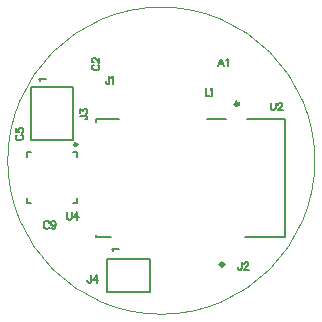
<source format=gto>
G04*
G04 #@! TF.GenerationSoftware,Altium Limited,Altium Designer,19.0.14 (431)*
G04*
G04 Layer_Color=65535*
%FSLAX25Y25*%
%MOIN*%
G70*
G01*
G75*
%ADD10C,0.01181*%
%ADD11C,0.00984*%
%ADD12C,0.00787*%
%ADD13C,0.00500*%
%ADD14C,0.00050*%
D10*
X20807Y-34557D02*
G03*
X20807Y-34557I-591J0D01*
G01*
X25787Y18898D02*
G03*
X25787Y18898I-591J0D01*
G01*
D11*
X-28051Y5413D02*
G03*
X-28051Y5413I-492J0D01*
G01*
D12*
X-27953Y-14075D02*
Y-12598D01*
X-29429Y-14075D02*
X-27953D01*
Y1378D02*
Y2854D01*
X-29429D02*
X-27953D01*
X-44882Y-14075D02*
Y-12598D01*
Y-14075D02*
X-43406D01*
X-44882Y1378D02*
Y2854D01*
X-43406D01*
X-21654Y-25591D02*
Y-24803D01*
Y-25591D02*
X-16732D01*
X-21654Y12795D02*
Y13780D01*
X-14173D01*
X27953Y-25591D02*
X41339D01*
Y13780D01*
X28543D02*
X41339D01*
X15354D02*
X21654D01*
X-43307Y6890D02*
Y24606D01*
Y6890D02*
X-29528D01*
Y24606D01*
X-43307D02*
X-29528D01*
X-3642Y-43720D02*
Y-32697D01*
X-18012Y-43720D02*
Y-32697D01*
X-3642D01*
X-18012Y-43720D02*
X-3642D01*
D13*
X26781Y-33918D02*
Y-35822D01*
X26662Y-36179D01*
X26543Y-36298D01*
X26305Y-36417D01*
X26067D01*
X25829Y-36298D01*
X25710Y-36179D01*
X25591Y-35822D01*
Y-35584D01*
X27542Y-34513D02*
Y-34394D01*
X27661Y-34156D01*
X27781Y-34037D01*
X28019Y-33918D01*
X28495D01*
X28733Y-34037D01*
X28852Y-34156D01*
X28971Y-34394D01*
Y-34632D01*
X28852Y-34870D01*
X28614Y-35227D01*
X27424Y-36417D01*
X29090D01*
X-31496Y-17186D02*
Y-18971D01*
X-31377Y-19328D01*
X-31139Y-19566D01*
X-30782Y-19685D01*
X-30544D01*
X-30187Y-19566D01*
X-29949Y-19328D01*
X-29830Y-18971D01*
Y-17186D01*
X-27949D02*
X-29139Y-18852D01*
X-27354D01*
X-27949Y-17186D02*
Y-19685D01*
X36417Y19232D02*
Y17446D01*
X36536Y17089D01*
X36774Y16851D01*
X37132Y16732D01*
X37369D01*
X37727Y16851D01*
X37965Y17089D01*
X38084Y17446D01*
Y19232D01*
X38893Y18637D02*
Y18756D01*
X39012Y18994D01*
X39131Y19113D01*
X39369Y19232D01*
X39845D01*
X40083Y19113D01*
X40202Y18994D01*
X40321Y18756D01*
Y18518D01*
X40202Y18280D01*
X39964Y17922D01*
X38774Y16732D01*
X40440D01*
X14764Y24153D02*
Y21654D01*
X16192D01*
X16466Y23677D02*
X16704Y23796D01*
X17061Y24153D01*
Y21654D01*
X-27106Y14970D02*
X-25201D01*
X-24844Y14851D01*
X-24725Y14732D01*
X-24606Y14494D01*
Y14256D01*
X-24725Y14018D01*
X-24844Y13899D01*
X-25201Y13780D01*
X-25439D01*
X-27106Y15850D02*
Y17160D01*
X-26154Y16446D01*
Y16803D01*
X-26035Y17041D01*
X-25916Y17160D01*
X-25559Y17279D01*
X-25320D01*
X-24963Y17160D01*
X-24725Y16922D01*
X-24606Y16565D01*
Y16208D01*
X-24725Y15850D01*
X-24844Y15732D01*
X-25082Y15612D01*
X-40409Y26575D02*
X-40528Y26813D01*
X-40885Y27170D01*
X-38386D01*
X-23416Y-38190D02*
Y-40094D01*
X-23535Y-40451D01*
X-23654Y-40570D01*
X-23892Y-40689D01*
X-24130D01*
X-24368Y-40570D01*
X-24487Y-40451D01*
X-24606Y-40094D01*
Y-39856D01*
X-21583Y-38190D02*
X-22773Y-39856D01*
X-20988D01*
X-21583Y-38190D02*
Y-40689D01*
X-16098Y-29941D02*
X-16217Y-29703D01*
X-16574Y-29346D01*
X-14075D01*
X-17314Y28090D02*
Y26186D01*
X-17433Y25829D01*
X-17552Y25710D01*
X-17790Y25591D01*
X-18028D01*
X-18266Y25710D01*
X-18385Y25829D01*
X-18504Y26186D01*
Y26424D01*
X-16671Y27614D02*
X-16433Y27733D01*
X-16076Y28090D01*
Y25591D01*
X20890Y31496D02*
X19938Y33996D01*
X18986Y31496D01*
X19343Y32329D02*
X20533D01*
X21474Y33519D02*
X21711Y33639D01*
X22069Y33996D01*
Y31496D01*
X-22574Y31962D02*
X-22812Y31844D01*
X-23050Y31605D01*
X-23169Y31367D01*
Y30891D01*
X-23050Y30653D01*
X-22812Y30415D01*
X-22574Y30296D01*
X-22217Y30177D01*
X-21621D01*
X-21264Y30296D01*
X-21026Y30415D01*
X-20788Y30653D01*
X-20669Y30891D01*
Y31367D01*
X-20788Y31605D01*
X-21026Y31844D01*
X-21264Y31962D01*
X-22574Y32784D02*
X-22693D01*
X-22931Y32903D01*
X-23050Y33022D01*
X-23169Y33260D01*
Y33736D01*
X-23050Y33974D01*
X-22931Y34093D01*
X-22693Y34212D01*
X-22455D01*
X-22217Y34093D01*
X-21859Y33855D01*
X-20669Y32665D01*
Y34331D01*
X-47960Y8675D02*
X-48198Y8556D01*
X-48436Y8318D01*
X-48555Y8080D01*
Y7604D01*
X-48436Y7366D01*
X-48198Y7128D01*
X-47960Y7009D01*
X-47602Y6890D01*
X-47007D01*
X-46650Y7009D01*
X-46412Y7128D01*
X-46174Y7366D01*
X-46055Y7604D01*
Y8080D01*
X-46174Y8318D01*
X-46412Y8556D01*
X-46650Y8675D01*
X-48555Y10806D02*
Y9615D01*
X-47484Y9496D01*
X-47602Y9615D01*
X-47721Y9972D01*
Y10329D01*
X-47602Y10687D01*
X-47365Y10925D01*
X-47007Y11044D01*
X-46769D01*
X-46412Y10925D01*
X-46174Y10687D01*
X-46055Y10329D01*
Y9972D01*
X-46174Y9615D01*
X-46293Y9496D01*
X-46531Y9377D01*
X-37463Y-20733D02*
X-37582Y-20495D01*
X-37820Y-20257D01*
X-38058Y-20138D01*
X-38534D01*
X-38772Y-20257D01*
X-39010Y-20495D01*
X-39129Y-20733D01*
X-39248Y-21091D01*
Y-21686D01*
X-39129Y-22043D01*
X-39010Y-22281D01*
X-38772Y-22519D01*
X-38534Y-22638D01*
X-38058D01*
X-37820Y-22519D01*
X-37582Y-22281D01*
X-37463Y-22043D01*
X-35214Y-20971D02*
X-35333Y-21329D01*
X-35571Y-21567D01*
X-35928Y-21686D01*
X-36047D01*
X-36404Y-21567D01*
X-36642Y-21329D01*
X-36761Y-20971D01*
Y-20853D01*
X-36642Y-20495D01*
X-36404Y-20257D01*
X-36047Y-20138D01*
X-35928D01*
X-35571Y-20257D01*
X-35333Y-20495D01*
X-35214Y-20971D01*
Y-21567D01*
X-35333Y-22162D01*
X-35571Y-22519D01*
X-35928Y-22638D01*
X-36166D01*
X-36523Y-22519D01*
X-36642Y-22281D01*
D14*
X51181Y0D02*
G03*
X51181Y0I-51181J0D01*
G01*
M02*

</source>
